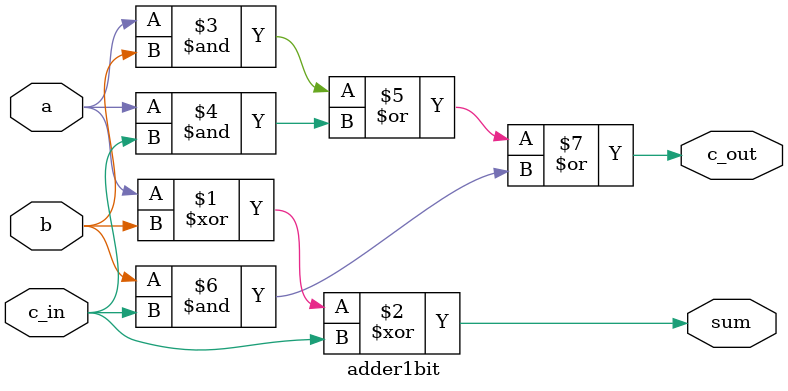
<source format=v>
`timescale 1ns / 1ps


module adder1bit(a,b,c_in,c_out,sum);
input a, b, c_in;
output sum, c_out;

assign sum = a ^ b ^ c_in;
assign c_out =  (a & b) | (a & c_in) | (b & c_in);

endmodule
</source>
